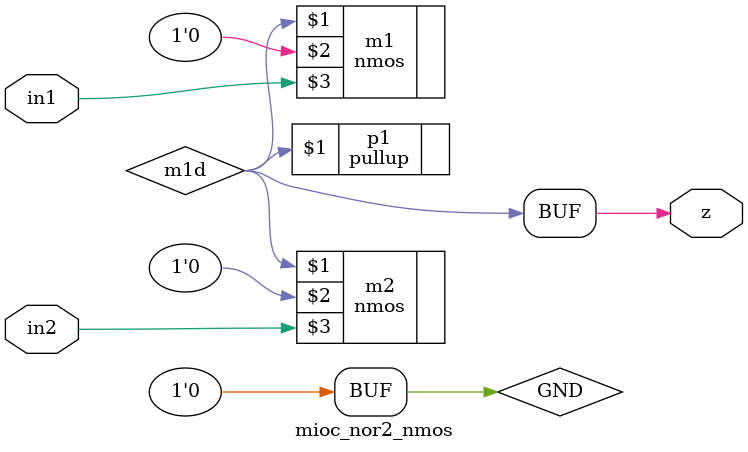
<source format=v>

module mioc_nor2_nmos(
    z,

    in1,            
    in2            
    );

   output z;

   input  in1;
   input  in2;

   supply0 GND;

   wire     m1d;   
   
   //nmos (drain,source,gate)

   // LEVEL 1
   pullup p1 (m1d);
   
   nmos   m1 (m1d,GND,in1);

   nmos   m2 (m1d,GND,in2);

   assign z = m1d;

endmodule

</source>
